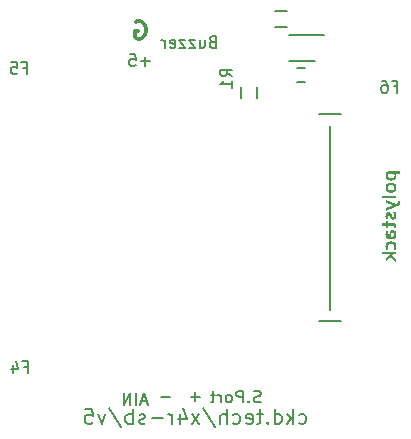
<source format=gbo>
G04 #@! TF.FileFunction,Legend,Bot*
%FSLAX46Y46*%
G04 Gerber Fmt 4.6, Leading zero omitted, Abs format (unit mm)*
G04 Created by KiCad (PCBNEW 4.0.1-stable) date Tuesday, May 31, 2016 'PMt' 10:11:48 PM*
%MOMM*%
G01*
G04 APERTURE LIST*
%ADD10C,0.100000*%
%ADD11C,0.200000*%
%ADD12C,0.150000*%
%ADD13C,0.300000*%
G04 APERTURE END LIST*
D10*
D11*
X157019763Y-125385952D02*
X157138810Y-125445476D01*
X157376906Y-125445476D01*
X157495953Y-125385952D01*
X157555477Y-125326429D01*
X157615001Y-125207381D01*
X157615001Y-124850238D01*
X157555477Y-124731190D01*
X157495953Y-124671667D01*
X157376906Y-124612143D01*
X157138810Y-124612143D01*
X157019763Y-124671667D01*
X156484048Y-125445476D02*
X156484048Y-124195476D01*
X156365000Y-124969286D02*
X156007857Y-125445476D01*
X156007857Y-124612143D02*
X156484048Y-125088333D01*
X154936429Y-125445476D02*
X154936429Y-124195476D01*
X154936429Y-125385952D02*
X155055476Y-125445476D01*
X155293572Y-125445476D01*
X155412619Y-125385952D01*
X155472143Y-125326429D01*
X155531667Y-125207381D01*
X155531667Y-124850238D01*
X155472143Y-124731190D01*
X155412619Y-124671667D01*
X155293572Y-124612143D01*
X155055476Y-124612143D01*
X154936429Y-124671667D01*
X154341191Y-125326429D02*
X154281667Y-125385952D01*
X154341191Y-125445476D01*
X154400715Y-125385952D01*
X154341191Y-125326429D01*
X154341191Y-125445476D01*
X153924524Y-124612143D02*
X153448334Y-124612143D01*
X153745953Y-124195476D02*
X153745953Y-125266905D01*
X153686429Y-125385952D01*
X153567382Y-125445476D01*
X153448334Y-125445476D01*
X152555476Y-125385952D02*
X152674524Y-125445476D01*
X152912619Y-125445476D01*
X153031667Y-125385952D01*
X153091191Y-125266905D01*
X153091191Y-124790714D01*
X153031667Y-124671667D01*
X152912619Y-124612143D01*
X152674524Y-124612143D01*
X152555476Y-124671667D01*
X152495953Y-124790714D01*
X152495953Y-124909762D01*
X153091191Y-125028810D01*
X151424524Y-125385952D02*
X151543571Y-125445476D01*
X151781667Y-125445476D01*
X151900714Y-125385952D01*
X151960238Y-125326429D01*
X152019762Y-125207381D01*
X152019762Y-124850238D01*
X151960238Y-124731190D01*
X151900714Y-124671667D01*
X151781667Y-124612143D01*
X151543571Y-124612143D01*
X151424524Y-124671667D01*
X150888809Y-125445476D02*
X150888809Y-124195476D01*
X150353095Y-125445476D02*
X150353095Y-124790714D01*
X150412618Y-124671667D01*
X150531666Y-124612143D01*
X150710238Y-124612143D01*
X150829285Y-124671667D01*
X150888809Y-124731190D01*
X148865000Y-124135952D02*
X149936428Y-125743095D01*
X148567381Y-125445476D02*
X147912619Y-124612143D01*
X148567381Y-124612143D02*
X147912619Y-125445476D01*
X146900714Y-124612143D02*
X146900714Y-125445476D01*
X147198333Y-124135952D02*
X147495952Y-125028810D01*
X146722142Y-125028810D01*
X146245952Y-125445476D02*
X146245952Y-124612143D01*
X146245952Y-124850238D02*
X146186428Y-124731190D01*
X146126904Y-124671667D01*
X146007857Y-124612143D01*
X145888809Y-124612143D01*
X145472142Y-124969286D02*
X144519761Y-124969286D01*
X143984047Y-125385952D02*
X143864999Y-125445476D01*
X143626904Y-125445476D01*
X143507856Y-125385952D01*
X143448332Y-125266905D01*
X143448332Y-125207381D01*
X143507856Y-125088333D01*
X143626904Y-125028810D01*
X143805475Y-125028810D01*
X143924523Y-124969286D01*
X143984047Y-124850238D01*
X143984047Y-124790714D01*
X143924523Y-124671667D01*
X143805475Y-124612143D01*
X143626904Y-124612143D01*
X143507856Y-124671667D01*
X142912618Y-125445476D02*
X142912618Y-124195476D01*
X142912618Y-124671667D02*
X142793570Y-124612143D01*
X142555475Y-124612143D01*
X142436427Y-124671667D01*
X142376904Y-124731190D01*
X142317380Y-124850238D01*
X142317380Y-125207381D01*
X142376904Y-125326429D01*
X142436427Y-125385952D01*
X142555475Y-125445476D01*
X142793570Y-125445476D01*
X142912618Y-125385952D01*
X140888809Y-124135952D02*
X141960237Y-125743095D01*
X140591190Y-124612143D02*
X140293571Y-125445476D01*
X139995951Y-124612143D01*
X138924523Y-124195476D02*
X139519761Y-124195476D01*
X139579285Y-124790714D01*
X139519761Y-124731190D01*
X139400713Y-124671667D01*
X139103094Y-124671667D01*
X138984047Y-124731190D01*
X138924523Y-124790714D01*
X138864999Y-124909762D01*
X138864999Y-125207381D01*
X138924523Y-125326429D01*
X138984047Y-125385952D01*
X139103094Y-125445476D01*
X139400713Y-125445476D01*
X139519761Y-125385952D01*
X139579285Y-125326429D01*
D12*
X144120000Y-123536667D02*
X143643809Y-123536667D01*
X144215238Y-123822381D02*
X143881905Y-122822381D01*
X143548571Y-123822381D01*
X143215238Y-123822381D02*
X143215238Y-122822381D01*
X142739048Y-123822381D02*
X142739048Y-122822381D01*
X142167619Y-123822381D01*
X142167619Y-122822381D01*
X146120952Y-123161429D02*
X145359047Y-123161429D01*
X148610952Y-123161429D02*
X147849047Y-123161429D01*
X148229999Y-123542381D02*
X148229999Y-122780476D01*
X153761429Y-123584762D02*
X153618572Y-123632381D01*
X153380476Y-123632381D01*
X153285238Y-123584762D01*
X153237619Y-123537143D01*
X153190000Y-123441905D01*
X153190000Y-123346667D01*
X153237619Y-123251429D01*
X153285238Y-123203810D01*
X153380476Y-123156190D01*
X153570953Y-123108571D01*
X153666191Y-123060952D01*
X153713810Y-123013333D01*
X153761429Y-122918095D01*
X153761429Y-122822857D01*
X153713810Y-122727619D01*
X153666191Y-122680000D01*
X153570953Y-122632381D01*
X153332857Y-122632381D01*
X153190000Y-122680000D01*
X152761429Y-123537143D02*
X152713810Y-123584762D01*
X152761429Y-123632381D01*
X152809048Y-123584762D01*
X152761429Y-123537143D01*
X152761429Y-123632381D01*
X152285239Y-123632381D02*
X152285239Y-122632381D01*
X151904286Y-122632381D01*
X151809048Y-122680000D01*
X151761429Y-122727619D01*
X151713810Y-122822857D01*
X151713810Y-122965714D01*
X151761429Y-123060952D01*
X151809048Y-123108571D01*
X151904286Y-123156190D01*
X152285239Y-123156190D01*
X151142382Y-123632381D02*
X151237620Y-123584762D01*
X151285239Y-123537143D01*
X151332858Y-123441905D01*
X151332858Y-123156190D01*
X151285239Y-123060952D01*
X151237620Y-123013333D01*
X151142382Y-122965714D01*
X150999524Y-122965714D01*
X150904286Y-123013333D01*
X150856667Y-123060952D01*
X150809048Y-123156190D01*
X150809048Y-123441905D01*
X150856667Y-123537143D01*
X150904286Y-123584762D01*
X150999524Y-123632381D01*
X151142382Y-123632381D01*
X150380477Y-123632381D02*
X150380477Y-122965714D01*
X150380477Y-123156190D02*
X150332858Y-123060952D01*
X150285239Y-123013333D01*
X150190001Y-122965714D01*
X150094762Y-122965714D01*
X149904286Y-122965714D02*
X149523334Y-122965714D01*
X149761429Y-122632381D02*
X149761429Y-123489524D01*
X149713810Y-123584762D01*
X149618572Y-123632381D01*
X149523334Y-123632381D01*
X149678571Y-93088571D02*
X149535714Y-93136190D01*
X149488095Y-93183810D01*
X149440476Y-93279048D01*
X149440476Y-93421905D01*
X149488095Y-93517143D01*
X149535714Y-93564762D01*
X149630952Y-93612381D01*
X150011905Y-93612381D01*
X150011905Y-92612381D01*
X149678571Y-92612381D01*
X149583333Y-92660000D01*
X149535714Y-92707619D01*
X149488095Y-92802857D01*
X149488095Y-92898095D01*
X149535714Y-92993333D01*
X149583333Y-93040952D01*
X149678571Y-93088571D01*
X150011905Y-93088571D01*
X148583333Y-92945714D02*
X148583333Y-93612381D01*
X149011905Y-92945714D02*
X149011905Y-93469524D01*
X148964286Y-93564762D01*
X148869048Y-93612381D01*
X148726190Y-93612381D01*
X148630952Y-93564762D01*
X148583333Y-93517143D01*
X148202381Y-92945714D02*
X147678571Y-92945714D01*
X148202381Y-93612381D01*
X147678571Y-93612381D01*
X147392857Y-92945714D02*
X146869047Y-92945714D01*
X147392857Y-93612381D01*
X146869047Y-93612381D01*
X146107142Y-93564762D02*
X146202380Y-93612381D01*
X146392857Y-93612381D01*
X146488095Y-93564762D01*
X146535714Y-93469524D01*
X146535714Y-93088571D01*
X146488095Y-92993333D01*
X146392857Y-92945714D01*
X146202380Y-92945714D01*
X146107142Y-92993333D01*
X146059523Y-93088571D01*
X146059523Y-93183810D01*
X146535714Y-93279048D01*
X145630952Y-93612381D02*
X145630952Y-92945714D01*
X145630952Y-93136190D02*
X145583333Y-93040952D01*
X145535714Y-92993333D01*
X145440476Y-92945714D01*
X145345237Y-92945714D01*
X144377143Y-94751429D02*
X143615238Y-94751429D01*
X143996190Y-95132381D02*
X143996190Y-94370476D01*
X142662857Y-94132381D02*
X143139048Y-94132381D01*
X143186667Y-94608571D01*
X143139048Y-94560952D01*
X143043810Y-94513333D01*
X142805714Y-94513333D01*
X142710476Y-94560952D01*
X142662857Y-94608571D01*
X142615238Y-94703810D01*
X142615238Y-94941905D01*
X142662857Y-95037143D01*
X142710476Y-95084762D01*
X142805714Y-95132381D01*
X143043810Y-95132381D01*
X143139048Y-95084762D01*
X143186667Y-95037143D01*
D13*
X143177143Y-91410000D02*
X143320000Y-91338571D01*
X143534286Y-91338571D01*
X143748571Y-91410000D01*
X143891429Y-91552857D01*
X143962857Y-91695714D01*
X144034286Y-91981429D01*
X144034286Y-92195714D01*
X143962857Y-92481429D01*
X143891429Y-92624286D01*
X143748571Y-92767143D01*
X143534286Y-92838571D01*
X143391429Y-92838571D01*
X143177143Y-92767143D01*
X143105714Y-92695714D01*
X143105714Y-92195714D01*
X143391429Y-92195714D01*
D12*
X158725000Y-99240000D02*
X160575000Y-99240000D01*
X158725000Y-116760000D02*
X160575000Y-116760000D01*
X159650000Y-115800000D02*
X159650000Y-100200000D01*
X156850000Y-96500000D02*
X157550000Y-96500000D01*
X157550000Y-95300000D02*
X156850000Y-95300000D01*
X158337500Y-94737500D02*
X156187500Y-94737500D01*
X159162500Y-92487500D02*
X156187500Y-92487500D01*
X154950000Y-91875000D02*
X155950000Y-91875000D01*
X155950000Y-90525000D02*
X154950000Y-90525000D01*
X153455000Y-97890000D02*
X153455000Y-96890000D01*
X152105000Y-96890000D02*
X152105000Y-97890000D01*
D10*
G36*
X165578753Y-104060455D02*
X165085721Y-104289791D01*
X165087266Y-104301936D01*
X165088664Y-104313848D01*
X165089915Y-104325528D01*
X165091019Y-104336975D01*
X165091976Y-104348189D01*
X165092785Y-104359171D01*
X165093448Y-104369919D01*
X165093963Y-104380435D01*
X165094331Y-104390719D01*
X165094551Y-104400769D01*
X165094625Y-104410587D01*
X165094414Y-104422760D01*
X165093783Y-104434585D01*
X165092730Y-104446063D01*
X165091256Y-104457192D01*
X165089360Y-104467974D01*
X165087044Y-104478408D01*
X165084307Y-104488494D01*
X165081148Y-104498232D01*
X165077568Y-104507622D01*
X165073567Y-104516664D01*
X165069145Y-104525359D01*
X165064301Y-104533705D01*
X165059037Y-104541704D01*
X165053351Y-104549354D01*
X165047244Y-104556657D01*
X165040716Y-104563612D01*
X165033767Y-104570219D01*
X165027962Y-104575155D01*
X165021770Y-104579862D01*
X165015192Y-104584339D01*
X165008227Y-104588586D01*
X165000877Y-104592604D01*
X164993140Y-104596393D01*
X164985017Y-104599952D01*
X164976507Y-104603281D01*
X164967611Y-104606380D01*
X164958329Y-104609250D01*
X164948661Y-104611891D01*
X164938607Y-104614301D01*
X164928166Y-104616483D01*
X164917339Y-104618434D01*
X164906125Y-104620156D01*
X164894526Y-104621648D01*
X164882540Y-104622911D01*
X164870167Y-104623944D01*
X164857409Y-104624748D01*
X164844264Y-104625322D01*
X164830733Y-104625666D01*
X164816816Y-104625781D01*
X164802566Y-104625696D01*
X164788680Y-104625439D01*
X164775159Y-104625010D01*
X164762003Y-104624411D01*
X164749211Y-104623640D01*
X164736783Y-104622698D01*
X164724720Y-104621585D01*
X164713021Y-104620300D01*
X164701687Y-104618844D01*
X164690717Y-104617217D01*
X164680112Y-104615418D01*
X164669871Y-104613449D01*
X164659995Y-104611307D01*
X164650483Y-104608995D01*
X164641336Y-104606511D01*
X164632553Y-104603857D01*
X164624135Y-104601030D01*
X164616081Y-104598033D01*
X164608391Y-104594864D01*
X164601066Y-104591524D01*
X164594106Y-104588012D01*
X164587510Y-104584330D01*
X164579453Y-104579240D01*
X164571884Y-104573722D01*
X164564803Y-104567777D01*
X164558210Y-104561405D01*
X164552106Y-104554606D01*
X164546491Y-104547380D01*
X164541363Y-104539726D01*
X164536724Y-104531645D01*
X164532573Y-104523137D01*
X164528911Y-104514201D01*
X164525737Y-104504839D01*
X164523051Y-104495049D01*
X164520854Y-104484832D01*
X164519144Y-104474187D01*
X164517924Y-104463116D01*
X164517191Y-104451617D01*
X164516947Y-104439691D01*
X164517130Y-104425887D01*
X164517681Y-104412696D01*
X164518598Y-104400118D01*
X164519881Y-104388155D01*
X164521532Y-104376804D01*
X164523549Y-104366068D01*
X164525933Y-104355945D01*
X164528684Y-104346435D01*
X164531802Y-104337539D01*
X164535287Y-104329256D01*
X164539138Y-104321587D01*
X164543356Y-104314532D01*
X164547941Y-104308089D01*
X164552893Y-104302261D01*
X164558212Y-104297046D01*
X164563897Y-104292445D01*
X164569949Y-104288457D01*
X164576368Y-104285082D01*
X164583154Y-104282321D01*
X164590307Y-104280174D01*
X164597826Y-104278640D01*
X164605712Y-104277720D01*
X164613965Y-104277413D01*
X165084040Y-104277413D01*
X165084028Y-104277413D01*
X165085721Y-104289791D01*
X165578753Y-104060455D01*
X164634195Y-104060455D01*
X164623448Y-104060630D01*
X164612835Y-104061155D01*
X164602355Y-104062030D01*
X164592009Y-104063256D01*
X164581795Y-104064831D01*
X164571716Y-104066757D01*
X164561769Y-104069033D01*
X164551956Y-104071658D01*
X164542276Y-104074634D01*
X164532730Y-104077960D01*
X164523316Y-104081636D01*
X164514037Y-104085663D01*
X164504890Y-104090039D01*
X164495877Y-104094766D01*
X164486997Y-104099842D01*
X164478251Y-104105269D01*
X164469638Y-104111046D01*
X164461158Y-104117173D01*
X164452812Y-104123650D01*
X164444599Y-104130477D01*
X164436519Y-104137654D01*
X164428573Y-104145181D01*
X164420760Y-104153059D01*
X164414662Y-104159625D01*
X164408779Y-104166428D01*
X164403109Y-104173467D01*
X164397654Y-104180744D01*
X164392412Y-104188258D01*
X164387385Y-104196009D01*
X164382571Y-104203997D01*
X164377972Y-104212222D01*
X164373586Y-104220683D01*
X164369414Y-104229382D01*
X164365456Y-104238318D01*
X164361712Y-104247491D01*
X164358182Y-104256901D01*
X164354866Y-104266548D01*
X164351764Y-104276432D01*
X164348876Y-104286552D01*
X164346201Y-104296910D01*
X164343741Y-104307505D01*
X164341495Y-104318337D01*
X164339462Y-104329406D01*
X164337644Y-104340712D01*
X164336039Y-104352255D01*
X164334649Y-104364035D01*
X164333472Y-104376051D01*
X164332509Y-104388305D01*
X164331760Y-104400796D01*
X164331226Y-104413524D01*
X164330905Y-104426489D01*
X164330798Y-104439691D01*
X164330909Y-104450922D01*
X164331242Y-104462125D01*
X164331797Y-104473301D01*
X164332574Y-104484450D01*
X164333573Y-104495570D01*
X164334794Y-104506664D01*
X164336237Y-104517729D01*
X164337902Y-104528767D01*
X164339551Y-104537913D01*
X164341657Y-104547359D01*
X164344220Y-104557104D01*
X164347239Y-104567150D01*
X164350714Y-104577495D01*
X164354647Y-104588140D01*
X164359035Y-104599085D01*
X164363881Y-104610330D01*
X164369183Y-104621874D01*
X164374942Y-104633719D01*
X164380063Y-104643739D01*
X164385430Y-104653513D01*
X164391041Y-104663043D01*
X164396897Y-104672328D01*
X164402998Y-104681368D01*
X164409344Y-104690163D01*
X164415935Y-104698713D01*
X164422770Y-104707018D01*
X164429851Y-104715078D01*
X164437176Y-104722893D01*
X164444746Y-104730463D01*
X164452561Y-104737788D01*
X164459111Y-104743499D01*
X164466060Y-104749108D01*
X164473410Y-104754616D01*
X164481159Y-104760021D01*
X164489308Y-104765324D01*
X164497856Y-104770526D01*
X164506805Y-104775626D01*
X164516153Y-104780623D01*
X164525901Y-104785519D01*
X164536049Y-104790313D01*
X164546596Y-104795005D01*
X164557544Y-104799595D01*
X164568891Y-104804083D01*
X164580638Y-104808469D01*
X164592784Y-104812753D01*
X164602029Y-104815849D01*
X164611419Y-104818786D01*
X164620955Y-104821564D01*
X164630637Y-104824183D01*
X164640464Y-104826644D01*
X164650437Y-104828946D01*
X164660555Y-104831089D01*
X164670819Y-104833073D01*
X164681228Y-104834899D01*
X164691783Y-104836566D01*
X164702484Y-104838074D01*
X164713330Y-104839423D01*
X164724322Y-104840614D01*
X164735459Y-104841646D01*
X164746742Y-104842519D01*
X164758171Y-104843233D01*
X164769745Y-104843789D01*
X164781464Y-104844186D01*
X164793330Y-104844424D01*
X164805340Y-104844503D01*
X164818221Y-104844410D01*
X164830925Y-104844128D01*
X164843452Y-104843659D01*
X164855802Y-104843002D01*
X164867975Y-104842157D01*
X164879971Y-104841125D01*
X164891790Y-104839905D01*
X164903432Y-104838498D01*
X164914897Y-104836902D01*
X164926185Y-104835119D01*
X164937297Y-104833149D01*
X164948231Y-104830990D01*
X164958988Y-104828644D01*
X164969568Y-104826111D01*
X164979971Y-104823389D01*
X164990198Y-104820480D01*
X165000247Y-104817384D01*
X165010119Y-104814099D01*
X165019814Y-104810627D01*
X165029333Y-104806967D01*
X165038674Y-104803120D01*
X165047839Y-104799085D01*
X165056826Y-104794862D01*
X165065636Y-104790452D01*
X165074270Y-104785853D01*
X165082726Y-104781068D01*
X165091006Y-104776094D01*
X165099108Y-104770933D01*
X165107034Y-104765584D01*
X165114783Y-104760047D01*
X165122354Y-104754323D01*
X165129749Y-104748411D01*
X165136966Y-104742312D01*
X165144007Y-104736024D01*
X165151061Y-104729364D01*
X165157897Y-104722532D01*
X165164517Y-104715528D01*
X165170919Y-104708353D01*
X165177105Y-104701006D01*
X165183073Y-104693487D01*
X165188825Y-104685796D01*
X165194359Y-104677934D01*
X165199676Y-104669900D01*
X165204777Y-104661695D01*
X165209660Y-104653317D01*
X165214326Y-104644769D01*
X165218775Y-104636048D01*
X165223007Y-104627156D01*
X165227023Y-104618092D01*
X165230821Y-104608856D01*
X165234402Y-104599448D01*
X165237766Y-104589869D01*
X165240913Y-104580119D01*
X165243843Y-104570196D01*
X165246556Y-104560102D01*
X165249052Y-104549836D01*
X165251330Y-104539398D01*
X165253392Y-104528789D01*
X165255237Y-104518008D01*
X165256865Y-104507056D01*
X165258276Y-104495931D01*
X165259469Y-104484635D01*
X165260446Y-104473168D01*
X165261205Y-104461528D01*
X165261748Y-104449717D01*
X165262074Y-104437734D01*
X165262182Y-104425580D01*
X165262101Y-104414762D01*
X165261858Y-104403981D01*
X165261453Y-104393236D01*
X165260887Y-104382527D01*
X165260158Y-104371853D01*
X165259267Y-104361216D01*
X165258214Y-104350615D01*
X165257000Y-104340049D01*
X165255623Y-104329520D01*
X165254085Y-104319027D01*
X165252384Y-104308569D01*
X165250522Y-104298148D01*
X165248498Y-104287762D01*
X165246311Y-104277413D01*
X165578801Y-104277413D01*
X165578801Y-104060455D01*
X165578753Y-104060455D01*
X165578753Y-104060455D01*
G37*
G36*
X165138661Y-105137309D02*
X164644362Y-105259243D01*
X164654479Y-105256812D01*
X164665047Y-105254593D01*
X164676068Y-105252585D01*
X164687540Y-105250788D01*
X164699464Y-105249203D01*
X164711840Y-105247829D01*
X164724668Y-105246666D01*
X164737948Y-105245715D01*
X164751680Y-105244975D01*
X164765864Y-105244447D01*
X164780499Y-105244130D01*
X164795587Y-105244024D01*
X164810596Y-105244130D01*
X164825157Y-105244447D01*
X164839270Y-105244975D01*
X164852935Y-105245715D01*
X164866151Y-105246666D01*
X164878919Y-105247829D01*
X164891239Y-105249203D01*
X164903111Y-105250788D01*
X164914534Y-105252585D01*
X164925509Y-105254593D01*
X164936036Y-105256812D01*
X164946114Y-105259243D01*
X164955744Y-105261885D01*
X164964926Y-105264739D01*
X164973660Y-105267804D01*
X164981945Y-105271080D01*
X164989782Y-105274568D01*
X164997171Y-105278267D01*
X165004112Y-105282177D01*
X165010604Y-105286299D01*
X165016648Y-105290632D01*
X165022244Y-105295177D01*
X165028890Y-105301488D01*
X165035134Y-105308177D01*
X165040975Y-105315245D01*
X165046413Y-105322691D01*
X165051449Y-105330516D01*
X165056081Y-105338719D01*
X165060311Y-105347300D01*
X165064138Y-105356260D01*
X165067562Y-105365598D01*
X165070583Y-105375315D01*
X165073201Y-105385410D01*
X165075417Y-105395884D01*
X165077230Y-105406735D01*
X165078639Y-105417966D01*
X165079646Y-105429574D01*
X165080251Y-105441561D01*
X165080452Y-105453927D01*
X165080251Y-105466290D01*
X165079646Y-105478267D01*
X165078639Y-105489861D01*
X165077230Y-105501070D01*
X165075417Y-105511894D01*
X165073201Y-105522334D01*
X165070583Y-105532390D01*
X165067562Y-105542060D01*
X165064138Y-105551347D01*
X165060311Y-105560249D01*
X165056081Y-105568766D01*
X165051449Y-105576899D01*
X165046413Y-105584647D01*
X165040975Y-105592011D01*
X165035134Y-105598990D01*
X165028890Y-105605585D01*
X165022244Y-105611795D01*
X165016648Y-105616340D01*
X165010604Y-105620673D01*
X165004112Y-105624795D01*
X164997171Y-105628705D01*
X164989782Y-105632404D01*
X164981945Y-105635892D01*
X164973660Y-105639168D01*
X164964926Y-105642233D01*
X164955744Y-105645087D01*
X164946114Y-105647729D01*
X164936036Y-105650160D01*
X164925509Y-105652379D01*
X164914534Y-105654387D01*
X164903111Y-105656184D01*
X164891239Y-105657769D01*
X164878919Y-105659143D01*
X164866151Y-105660306D01*
X164852935Y-105661257D01*
X164839270Y-105661997D01*
X164825157Y-105662525D01*
X164810596Y-105662842D01*
X164795587Y-105662948D01*
X164780499Y-105662842D01*
X164765864Y-105662525D01*
X164751680Y-105661997D01*
X164737948Y-105661257D01*
X164724668Y-105660306D01*
X164711840Y-105659143D01*
X164699464Y-105657769D01*
X164687540Y-105656184D01*
X164676068Y-105654387D01*
X164665047Y-105652379D01*
X164654479Y-105650160D01*
X164644362Y-105647729D01*
X164634697Y-105645087D01*
X164625485Y-105642233D01*
X164616724Y-105639168D01*
X164608415Y-105635892D01*
X164600558Y-105632404D01*
X164593153Y-105628705D01*
X164586199Y-105624795D01*
X164579698Y-105620673D01*
X164573649Y-105616340D01*
X164568051Y-105611795D01*
X164561303Y-105605585D01*
X164554963Y-105598990D01*
X164549033Y-105592011D01*
X164543511Y-105584647D01*
X164538399Y-105576899D01*
X164533695Y-105568766D01*
X164529401Y-105560249D01*
X164525516Y-105551347D01*
X164522039Y-105542060D01*
X164518972Y-105532390D01*
X164516313Y-105522334D01*
X164514064Y-105511894D01*
X164512223Y-105501070D01*
X164510792Y-105489861D01*
X164509769Y-105478267D01*
X164509156Y-105466290D01*
X164508951Y-105453927D01*
X164509156Y-105441561D01*
X164509769Y-105429574D01*
X164510792Y-105417966D01*
X164512223Y-105406735D01*
X164514064Y-105395884D01*
X164516313Y-105385410D01*
X164518972Y-105375315D01*
X164522039Y-105365598D01*
X164525516Y-105356260D01*
X164529401Y-105347300D01*
X164533695Y-105338719D01*
X164538399Y-105330516D01*
X164543511Y-105322691D01*
X164549033Y-105315245D01*
X164554963Y-105308177D01*
X164561303Y-105301488D01*
X164568051Y-105295177D01*
X164573649Y-105290632D01*
X164579698Y-105286299D01*
X164586199Y-105282177D01*
X164593153Y-105278267D01*
X164600558Y-105274568D01*
X164608415Y-105271080D01*
X164616724Y-105267804D01*
X164625485Y-105264739D01*
X164634697Y-105261885D01*
X164644362Y-105259243D01*
X165138661Y-105137309D01*
X165131722Y-105131099D01*
X165124613Y-105125070D01*
X165117334Y-105119220D01*
X165109885Y-105113550D01*
X165102267Y-105108061D01*
X165094478Y-105102751D01*
X165086520Y-105097621D01*
X165078392Y-105092672D01*
X165070094Y-105087902D01*
X165061626Y-105083312D01*
X165052988Y-105078903D01*
X165044180Y-105074673D01*
X165035202Y-105070623D01*
X165026054Y-105066753D01*
X165016737Y-105063064D01*
X165007250Y-105059554D01*
X164997592Y-105056224D01*
X164987765Y-105053074D01*
X164977768Y-105050104D01*
X164967601Y-105047315D01*
X164957264Y-105044705D01*
X164946757Y-105042275D01*
X164936080Y-105040025D01*
X164925234Y-105037955D01*
X164914217Y-105036065D01*
X164903031Y-105034355D01*
X164891675Y-105032826D01*
X164880148Y-105031476D01*
X164868452Y-105030306D01*
X164856586Y-105029316D01*
X164844550Y-105028506D01*
X164832345Y-105027876D01*
X164819969Y-105027426D01*
X164807423Y-105027156D01*
X164794708Y-105027066D01*
X164781992Y-105027156D01*
X164769445Y-105027426D01*
X164757069Y-105027876D01*
X164744863Y-105028506D01*
X164732826Y-105029316D01*
X164720960Y-105030306D01*
X164709263Y-105031476D01*
X164697736Y-105032826D01*
X164686379Y-105034355D01*
X164675192Y-105036065D01*
X164664175Y-105037955D01*
X164653328Y-105040025D01*
X164642651Y-105042275D01*
X164632144Y-105044705D01*
X164621807Y-105047315D01*
X164611639Y-105050104D01*
X164601642Y-105053074D01*
X164591814Y-105056224D01*
X164582156Y-105059554D01*
X164572669Y-105063064D01*
X164563351Y-105066753D01*
X164554203Y-105070623D01*
X164545225Y-105074673D01*
X164536417Y-105078903D01*
X164527779Y-105083312D01*
X164519311Y-105087902D01*
X164511012Y-105092672D01*
X164502884Y-105097621D01*
X164494925Y-105102751D01*
X164487137Y-105108061D01*
X164479518Y-105113550D01*
X164472070Y-105119220D01*
X164464791Y-105125070D01*
X164457682Y-105131099D01*
X164450743Y-105137309D01*
X164443584Y-105144078D01*
X164436645Y-105151022D01*
X164429926Y-105158140D01*
X164423428Y-105165434D01*
X164417149Y-105172903D01*
X164411092Y-105180546D01*
X164405254Y-105188365D01*
X164399637Y-105196358D01*
X164394240Y-105204526D01*
X164389063Y-105212870D01*
X164384107Y-105221388D01*
X164379371Y-105230081D01*
X164374855Y-105238949D01*
X164370559Y-105247992D01*
X164366484Y-105257210D01*
X164362629Y-105266603D01*
X164358994Y-105276170D01*
X164355580Y-105285913D01*
X164352386Y-105295831D01*
X164349412Y-105305923D01*
X164346658Y-105316191D01*
X164344125Y-105326633D01*
X164341812Y-105337250D01*
X164339719Y-105348043D01*
X164337847Y-105359010D01*
X164336195Y-105370152D01*
X164334763Y-105381469D01*
X164333551Y-105392961D01*
X164332560Y-105404628D01*
X164331789Y-105416470D01*
X164331238Y-105428487D01*
X164330908Y-105440678D01*
X164330798Y-105453045D01*
X164330908Y-105465464D01*
X164331238Y-105477707D01*
X164331789Y-105489773D01*
X164332560Y-105501663D01*
X164333551Y-105513376D01*
X164334763Y-105524913D01*
X164336195Y-105536273D01*
X164337847Y-105547456D01*
X164339719Y-105558463D01*
X164341812Y-105569293D01*
X164344125Y-105579947D01*
X164346658Y-105590424D01*
X164349412Y-105600725D01*
X164352386Y-105610849D01*
X164355580Y-105620797D01*
X164358994Y-105630568D01*
X164362629Y-105640162D01*
X164366484Y-105649580D01*
X164370559Y-105658822D01*
X164374855Y-105667886D01*
X164379371Y-105676775D01*
X164384107Y-105685486D01*
X164389063Y-105694022D01*
X164394240Y-105702380D01*
X164399637Y-105710562D01*
X164405254Y-105718568D01*
X164411092Y-105726397D01*
X164417149Y-105734049D01*
X164423428Y-105741525D01*
X164429926Y-105748825D01*
X164436645Y-105755947D01*
X164443584Y-105762894D01*
X164450743Y-105769663D01*
X164457682Y-105775873D01*
X164464791Y-105781902D01*
X164472070Y-105787752D01*
X164479518Y-105793422D01*
X164487137Y-105798911D01*
X164494925Y-105804221D01*
X164502884Y-105809351D01*
X164511012Y-105814300D01*
X164519311Y-105819070D01*
X164527779Y-105823660D01*
X164536417Y-105828070D01*
X164545225Y-105832299D01*
X164554203Y-105836349D01*
X164563351Y-105840219D01*
X164572669Y-105843909D01*
X164582156Y-105847418D01*
X164591814Y-105850748D01*
X164601642Y-105853898D01*
X164611639Y-105856868D01*
X164621807Y-105859658D01*
X164632144Y-105862267D01*
X164642651Y-105864697D01*
X164653328Y-105866947D01*
X164664175Y-105869017D01*
X164675192Y-105870907D01*
X164686379Y-105872617D01*
X164697736Y-105874147D01*
X164709263Y-105875497D01*
X164720960Y-105876666D01*
X164732826Y-105877656D01*
X164744863Y-105878466D01*
X164757069Y-105879096D01*
X164769445Y-105879546D01*
X164781992Y-105879816D01*
X164794708Y-105879906D01*
X164807423Y-105879816D01*
X164819969Y-105879546D01*
X164832345Y-105879096D01*
X164844550Y-105878466D01*
X164856586Y-105877656D01*
X164868452Y-105876666D01*
X164880148Y-105875497D01*
X164891675Y-105874147D01*
X164903031Y-105872617D01*
X164914217Y-105870907D01*
X164925234Y-105869017D01*
X164936080Y-105866947D01*
X164946757Y-105864697D01*
X164957264Y-105862267D01*
X164967601Y-105859658D01*
X164977768Y-105856868D01*
X164987765Y-105853898D01*
X164997592Y-105850748D01*
X165007250Y-105847418D01*
X165016737Y-105843909D01*
X165026054Y-105840219D01*
X165035202Y-105836349D01*
X165044180Y-105832299D01*
X165052988Y-105828070D01*
X165061626Y-105823660D01*
X165070094Y-105819070D01*
X165078392Y-105814300D01*
X165086520Y-105809351D01*
X165094478Y-105804221D01*
X165102267Y-105798911D01*
X165109885Y-105793422D01*
X165117334Y-105787752D01*
X165124613Y-105781902D01*
X165131722Y-105775873D01*
X165138661Y-105769663D01*
X165145820Y-105762894D01*
X165152759Y-105755947D01*
X165159478Y-105748825D01*
X165165976Y-105741525D01*
X165172254Y-105734049D01*
X165178312Y-105726397D01*
X165184149Y-105718568D01*
X165189767Y-105710562D01*
X165195164Y-105702380D01*
X165200340Y-105694022D01*
X165205297Y-105685486D01*
X165210033Y-105676775D01*
X165214549Y-105667886D01*
X165218844Y-105658822D01*
X165222920Y-105649580D01*
X165226775Y-105640162D01*
X165230409Y-105630568D01*
X165233824Y-105620797D01*
X165237018Y-105610849D01*
X165239992Y-105600725D01*
X165242745Y-105590424D01*
X165245279Y-105579947D01*
X165247592Y-105569293D01*
X165249684Y-105558463D01*
X165251557Y-105547456D01*
X165253209Y-105536273D01*
X165254641Y-105524913D01*
X165255852Y-105513376D01*
X165256844Y-105501663D01*
X165257615Y-105489773D01*
X165258165Y-105477707D01*
X165258496Y-105465464D01*
X165258606Y-105453045D01*
X165258496Y-105440678D01*
X165258165Y-105428487D01*
X165257615Y-105416470D01*
X165256844Y-105404628D01*
X165255852Y-105392961D01*
X165254641Y-105381469D01*
X165253209Y-105370152D01*
X165251557Y-105359010D01*
X165249684Y-105348043D01*
X165247592Y-105337250D01*
X165245279Y-105326633D01*
X165242745Y-105316191D01*
X165239992Y-105305923D01*
X165237018Y-105295831D01*
X165233824Y-105285913D01*
X165230409Y-105276170D01*
X165226775Y-105266603D01*
X165222920Y-105257210D01*
X165218844Y-105247992D01*
X165214549Y-105238949D01*
X165210033Y-105230081D01*
X165205297Y-105221388D01*
X165200340Y-105212870D01*
X165195164Y-105204526D01*
X165189767Y-105196358D01*
X165184149Y-105188365D01*
X165178312Y-105180546D01*
X165172254Y-105172903D01*
X165165976Y-105165434D01*
X165159478Y-105158140D01*
X165152759Y-105151022D01*
X165145820Y-105144078D01*
X165138661Y-105137309D01*
X165138661Y-105137309D01*
G37*
G36*
X165244493Y-106112740D02*
X164000078Y-106112740D01*
X164000078Y-106329698D01*
X165244493Y-106329698D01*
X165244493Y-106112740D01*
X165244493Y-106112740D01*
G37*
G36*
X164343152Y-106525490D02*
X164343152Y-106755677D01*
X164971970Y-106957642D01*
X164343152Y-107156080D01*
X164343152Y-107385385D01*
X165266541Y-107042309D01*
X165279952Y-107037307D01*
X165293056Y-107032275D01*
X165305854Y-107027214D01*
X165318346Y-107022124D01*
X165330532Y-107017004D01*
X165342412Y-107011855D01*
X165353985Y-107006677D01*
X165365252Y-107001469D01*
X165376213Y-106996232D01*
X165386868Y-106990965D01*
X165397216Y-106985669D01*
X165407259Y-106980344D01*
X165416995Y-106974990D01*
X165426425Y-106969606D01*
X165435548Y-106964192D01*
X165444366Y-106958750D01*
X165452877Y-106953278D01*
X165461082Y-106947776D01*
X165468981Y-106942246D01*
X165476574Y-106936685D01*
X165483860Y-106931096D01*
X165490841Y-106925477D01*
X165497515Y-106919829D01*
X165503882Y-106914151D01*
X165509944Y-106908444D01*
X165515700Y-106902708D01*
X165521149Y-106896942D01*
X165526292Y-106891147D01*
X165531129Y-106885323D01*
X165538560Y-106875896D01*
X165545567Y-106866432D01*
X165552149Y-106856929D01*
X165558306Y-106847388D01*
X165564039Y-106837809D01*
X165569347Y-106828192D01*
X165574230Y-106818537D01*
X165578689Y-106808844D01*
X165582723Y-106799113D01*
X165586333Y-106789343D01*
X165589518Y-106779536D01*
X165592278Y-106769690D01*
X165594614Y-106759806D01*
X165596524Y-106749885D01*
X165598011Y-106739925D01*
X165599072Y-106729926D01*
X165599709Y-106719890D01*
X165599922Y-106709816D01*
X165599775Y-106699488D01*
X165599337Y-106689129D01*
X165598606Y-106678739D01*
X165597583Y-106668318D01*
X165596268Y-106657865D01*
X165594661Y-106647381D01*
X165592761Y-106636865D01*
X165590569Y-106626318D01*
X165588085Y-106615740D01*
X165585308Y-106605131D01*
X165582239Y-106594490D01*
X165578878Y-106583818D01*
X165575225Y-106573115D01*
X165394422Y-106573115D01*
X165398611Y-106583504D01*
X165402359Y-106593858D01*
X165405666Y-106604177D01*
X165408532Y-106614460D01*
X165410958Y-106624708D01*
X165412942Y-106634921D01*
X165414485Y-106645099D01*
X165415588Y-106655241D01*
X165416249Y-106665348D01*
X165416470Y-106675420D01*
X165416210Y-106681852D01*
X165415429Y-106688252D01*
X165414129Y-106694620D01*
X165412308Y-106700958D01*
X165409968Y-106707263D01*
X165407107Y-106713538D01*
X165403726Y-106719781D01*
X165399825Y-106725992D01*
X165395404Y-106732172D01*
X165390462Y-106738320D01*
X165385001Y-106744437D01*
X165379019Y-106750523D01*
X165372517Y-106756577D01*
X165365495Y-106762599D01*
X165357953Y-106768591D01*
X165349891Y-106774550D01*
X165341309Y-106780478D01*
X165332206Y-106786375D01*
X165322583Y-106792240D01*
X165312440Y-106798074D01*
X165301777Y-106803877D01*
X165290594Y-106809648D01*
X165278891Y-106815387D01*
X165266668Y-106821095D01*
X165253924Y-106826772D01*
X165240660Y-106832417D01*
X165226876Y-106838030D01*
X165212572Y-106843612D01*
X165197748Y-106849163D01*
X164343152Y-106525490D01*
X164343152Y-106525490D01*
G37*
G36*
X164610377Y-107510621D02*
X164598687Y-107510802D01*
X164587237Y-107511342D01*
X164576027Y-107512242D01*
X164565057Y-107513502D01*
X164554327Y-107515123D01*
X164543837Y-107517104D01*
X164533588Y-107519444D01*
X164523578Y-107522145D01*
X164513808Y-107525206D01*
X164504279Y-107528627D01*
X164494989Y-107532408D01*
X164485940Y-107536550D01*
X164477131Y-107541051D01*
X164468561Y-107545913D01*
X164460232Y-107551134D01*
X164452143Y-107556716D01*
X164444294Y-107562658D01*
X164436684Y-107568960D01*
X164429315Y-107575622D01*
X164422186Y-107582644D01*
X164415297Y-107590027D01*
X164408649Y-107597769D01*
X164402240Y-107605872D01*
X164396267Y-107613964D01*
X164390548Y-107622218D01*
X164385083Y-107630635D01*
X164379873Y-107639214D01*
X164374917Y-107647955D01*
X164370215Y-107656859D01*
X164365767Y-107665925D01*
X164361573Y-107675153D01*
X164357633Y-107684544D01*
X164353948Y-107694097D01*
X164350517Y-107703812D01*
X164347340Y-107713689D01*
X164344417Y-107723729D01*
X164341748Y-107733931D01*
X164339333Y-107744295D01*
X164337173Y-107754822D01*
X164335267Y-107765511D01*
X164333615Y-107776362D01*
X164332217Y-107787376D01*
X164331073Y-107798552D01*
X164330183Y-107809890D01*
X164329548Y-107821391D01*
X164329167Y-107833053D01*
X164329040Y-107844878D01*
X164329151Y-107856011D01*
X164329487Y-107867068D01*
X164330046Y-107878048D01*
X164330828Y-107888951D01*
X164331834Y-107899778D01*
X164333064Y-107910528D01*
X164334517Y-107921202D01*
X164336194Y-107931799D01*
X164338094Y-107942320D01*
X164340218Y-107952764D01*
X164342565Y-107963131D01*
X164345136Y-107973422D01*
X164347931Y-107983636D01*
X164350949Y-107993774D01*
X164354190Y-108003835D01*
X164357656Y-108013820D01*
X164361344Y-108023728D01*
X164365257Y-108033559D01*
X164369393Y-108043314D01*
X164373752Y-108052993D01*
X164378335Y-108062595D01*
X164383142Y-108072120D01*
X164388172Y-108081569D01*
X164393425Y-108090941D01*
X164558346Y-108090941D01*
X164554132Y-108081707D01*
X164550134Y-108072350D01*
X164546353Y-108062869D01*
X164542787Y-108053264D01*
X164539438Y-108043536D01*
X164536305Y-108033685D01*
X164533388Y-108023710D01*
X164530687Y-108013612D01*
X164528202Y-108003390D01*
X164525933Y-107993045D01*
X164523880Y-107982577D01*
X164522043Y-107971984D01*
X164520423Y-107961269D01*
X164519018Y-107950430D01*
X164517830Y-107939467D01*
X164516857Y-107928381D01*
X164516101Y-107917172D01*
X164515561Y-107905839D01*
X164515237Y-107894382D01*
X164515129Y-107882802D01*
X164515301Y-107868371D01*
X164515817Y-107854644D01*
X164516677Y-107841621D01*
X164517881Y-107829301D01*
X164519429Y-107817686D01*
X164521320Y-107806775D01*
X164523556Y-107796568D01*
X164526136Y-107787064D01*
X164529060Y-107778265D01*
X164532328Y-107770169D01*
X164535940Y-107762778D01*
X164539896Y-107756090D01*
X164544196Y-107750106D01*
X164548839Y-107744827D01*
X164553827Y-107740251D01*
X164559159Y-107736379D01*
X164564835Y-107733211D01*
X164570855Y-107730748D01*
X164577218Y-107728988D01*
X164583926Y-107727932D01*
X164590978Y-107727580D01*
X164600210Y-107728269D01*
X164608945Y-107730336D01*
X164617185Y-107733781D01*
X164624929Y-107738604D01*
X164632177Y-107744805D01*
X164638929Y-107752385D01*
X164645185Y-107761342D01*
X164650945Y-107771677D01*
X164654757Y-107779855D01*
X164658497Y-107788354D01*
X164662163Y-107797173D01*
X164665757Y-107806313D01*
X164669278Y-107815774D01*
X164672727Y-107825556D01*
X164676102Y-107835658D01*
X164679405Y-107846081D01*
X164682634Y-107856825D01*
X164685791Y-107867889D01*
X164688875Y-107879274D01*
X164691606Y-107889852D01*
X164694509Y-107900417D01*
X164697583Y-107910969D01*
X164700828Y-107921510D01*
X164704246Y-107932038D01*
X164707835Y-107942554D01*
X164711595Y-107953058D01*
X164715527Y-107963549D01*
X164719631Y-107974028D01*
X164723906Y-107984495D01*
X164728353Y-107994950D01*
X164732971Y-108005392D01*
X164737074Y-108014365D01*
X164741573Y-108023139D01*
X164746468Y-108031716D01*
X164751759Y-108040094D01*
X164757446Y-108048275D01*
X164763529Y-108056257D01*
X164770008Y-108064042D01*
X164776883Y-108071628D01*
X164784154Y-108079017D01*
X164791821Y-108086207D01*
X164799884Y-108093200D01*
X164808343Y-108099994D01*
X164817198Y-108106591D01*
X164826449Y-108112990D01*
X164834357Y-108118126D01*
X164842516Y-108122950D01*
X164850924Y-108127464D01*
X164859583Y-108131666D01*
X164868491Y-108135557D01*
X164877650Y-108139137D01*
X164887059Y-108142405D01*
X164896719Y-108145362D01*
X164906628Y-108148008D01*
X164916788Y-108150343D01*
X164927197Y-108152366D01*
X164937857Y-108154078D01*
X164948767Y-108155479D01*
X164959928Y-108156568D01*
X164971338Y-108157346D01*
X164982999Y-108157813D01*
X164994909Y-108157969D01*
X165005656Y-108157759D01*
X165016228Y-108157129D01*
X165026623Y-108156079D01*
X165036842Y-108154609D01*
X165046885Y-108152719D01*
X165056753Y-108150409D01*
X165066444Y-108147679D01*
X165075959Y-108144530D01*
X165085299Y-108140960D01*
X165094462Y-108136970D01*
X165103450Y-108132560D01*
X165112261Y-108127731D01*
X165120897Y-108122481D01*
X165129357Y-108116811D01*
X165137640Y-108110722D01*
X165145748Y-108104212D01*
X165153680Y-108097283D01*
X165161436Y-108089933D01*
X165169016Y-108082164D01*
X165176420Y-108073974D01*
X165183648Y-108065365D01*
X165189764Y-108057617D01*
X165195620Y-108049661D01*
X165201216Y-108041497D01*
X165206552Y-108033125D01*
X165211627Y-108024544D01*
X165216442Y-108015755D01*
X165220997Y-108006758D01*
X165225291Y-107997553D01*
X165229325Y-107988139D01*
X165233099Y-107978518D01*
X165236613Y-107968688D01*
X165239866Y-107958649D01*
X165242859Y-107948403D01*
X165245592Y-107937948D01*
X165248065Y-107927285D01*
X165250277Y-107916414D01*
X165252229Y-107905335D01*
X165253921Y-107894047D01*
X165255352Y-107882551D01*
X165256524Y-107870847D01*
X165257435Y-107858935D01*
X165258085Y-107846814D01*
X165258476Y-107834485D01*
X165258606Y-107821948D01*
X165258511Y-107810892D01*
X165258228Y-107799899D01*
X165257755Y-107788970D01*
X165257094Y-107778103D01*
X165256244Y-107767299D01*
X165255204Y-107756558D01*
X165253976Y-107745880D01*
X165252559Y-107735265D01*
X165250952Y-107724714D01*
X165249157Y-107714225D01*
X165247173Y-107703799D01*
X165244999Y-107693436D01*
X165242637Y-107683136D01*
X165240086Y-107672899D01*
X165237346Y-107662725D01*
X165234417Y-107652615D01*
X165231299Y-107642567D01*
X165227991Y-107632582D01*
X165224495Y-107622660D01*
X165220810Y-107612801D01*
X165216936Y-107603005D01*
X165212873Y-107593272D01*
X165208621Y-107583602D01*
X165204180Y-107573996D01*
X165199550Y-107564452D01*
X165194731Y-107554971D01*
X165189724Y-107545553D01*
X165184527Y-107536198D01*
X164991381Y-107536198D01*
X164997604Y-107545750D01*
X165003574Y-107555355D01*
X165009289Y-107565014D01*
X165014750Y-107574727D01*
X165019957Y-107584493D01*
X165024910Y-107594313D01*
X165029609Y-107604187D01*
X165034055Y-107614114D01*
X165038246Y-107624095D01*
X165042183Y-107634129D01*
X165045866Y-107644217D01*
X165049295Y-107654359D01*
X165052470Y-107664554D01*
X165055391Y-107674803D01*
X165058058Y-107685105D01*
X165060471Y-107695462D01*
X165062630Y-107705871D01*
X165064536Y-107716335D01*
X165066187Y-107726852D01*
X165067584Y-107737422D01*
X165068727Y-107748047D01*
X165069616Y-107758725D01*
X165070251Y-107769456D01*
X165070632Y-107780241D01*
X165070759Y-107791080D01*
X165070612Y-107806208D01*
X165070171Y-107820429D01*
X165069436Y-107833744D01*
X165068407Y-107846152D01*
X165067084Y-107857654D01*
X165065466Y-107868250D01*
X165063555Y-107877939D01*
X165061350Y-107886722D01*
X165058851Y-107894598D01*
X165056058Y-107901568D01*
X165052971Y-107907631D01*
X165049590Y-107912788D01*
X165043747Y-107919403D01*
X165037243Y-107925135D01*
X165030077Y-107929986D01*
X165022250Y-107933955D01*
X165013761Y-107937042D01*
X165004610Y-107939247D01*
X164994798Y-107940569D01*
X164984325Y-107941010D01*
X164975701Y-107940455D01*
X164967469Y-107938789D01*
X164959629Y-107936013D01*
X164952181Y-107932126D01*
X164945125Y-107927128D01*
X164938460Y-107921020D01*
X164932188Y-107913801D01*
X164926307Y-107905471D01*
X164920818Y-107896031D01*
X164916388Y-107887853D01*
X164912075Y-107879354D01*
X164907878Y-107870535D01*
X164903797Y-107861395D01*
X164899833Y-107851934D01*
X164895985Y-107842152D01*
X164892254Y-107832050D01*
X164888639Y-107821627D01*
X164885140Y-107810884D01*
X164881758Y-107799819D01*
X164878492Y-107788434D01*
X164875363Y-107777992D01*
X164872148Y-107767537D01*
X164868846Y-107757070D01*
X164865459Y-107746591D01*
X164861987Y-107736099D01*
X164858428Y-107725596D01*
X164854784Y-107715080D01*
X164851054Y-107704551D01*
X164847238Y-107694011D01*
X164843336Y-107683458D01*
X164839349Y-107672893D01*
X164835276Y-107662316D01*
X164831288Y-107652787D01*
X164826925Y-107643466D01*
X164822187Y-107634355D01*
X164817072Y-107625452D01*
X164811582Y-107616758D01*
X164805717Y-107608272D01*
X164799476Y-107599995D01*
X164792859Y-107591927D01*
X164785866Y-107584068D01*
X164778498Y-107576418D01*
X164770754Y-107568976D01*
X164762635Y-107561743D01*
X164754140Y-107554719D01*
X164746367Y-107549035D01*
X164738335Y-107543743D01*
X164730044Y-107538844D01*
X164721495Y-107534336D01*
X164712687Y-107530220D01*
X164703620Y-107526496D01*
X164694294Y-107523165D01*
X164684710Y-107520225D01*
X164674867Y-107517677D01*
X164664765Y-107515521D01*
X164654405Y-107513757D01*
X164643786Y-107512385D01*
X164632908Y-107511405D01*
X164621772Y-107510817D01*
X164610377Y-107510621D01*
X164610377Y-107510621D01*
G37*
G36*
X164529241Y-108294670D02*
X164343152Y-108294670D01*
X164343152Y-108446365D01*
X164075916Y-108446365D01*
X164075916Y-108663323D01*
X164343152Y-108663323D01*
X164343152Y-108876753D01*
X164529241Y-108876753D01*
X164529241Y-108663323D01*
X164973741Y-108663323D01*
X164987700Y-108663695D01*
X165000474Y-108664811D01*
X165012063Y-108666672D01*
X165022466Y-108669276D01*
X165031684Y-108672625D01*
X165039717Y-108676717D01*
X165046565Y-108681554D01*
X165052227Y-108687135D01*
X165056485Y-108693080D01*
X165060243Y-108699940D01*
X165063499Y-108707714D01*
X165066254Y-108716403D01*
X165068509Y-108726006D01*
X165070262Y-108736524D01*
X165071515Y-108747957D01*
X165072266Y-108760304D01*
X165072517Y-108773566D01*
X165072323Y-108785075D01*
X165071741Y-108796320D01*
X165070771Y-108807300D01*
X165069413Y-108818016D01*
X165067667Y-108828467D01*
X165065533Y-108838653D01*
X165063011Y-108848575D01*
X165060102Y-108858233D01*
X165056804Y-108867625D01*
X165053118Y-108876753D01*
X165232151Y-108876753D01*
X165236064Y-108866916D01*
X165239665Y-108856944D01*
X165242952Y-108846835D01*
X165245926Y-108836591D01*
X165248587Y-108826211D01*
X165250935Y-108815696D01*
X165252970Y-108805045D01*
X165254692Y-108794258D01*
X165256101Y-108783335D01*
X165257197Y-108772277D01*
X165257980Y-108761083D01*
X165258449Y-108749754D01*
X165258606Y-108738288D01*
X165258606Y-108733879D01*
X165258442Y-108721810D01*
X165257950Y-108709979D01*
X165257130Y-108698384D01*
X165255982Y-108687026D01*
X165254506Y-108675905D01*
X165252702Y-108665021D01*
X165250570Y-108654374D01*
X165248110Y-108643964D01*
X165245322Y-108633791D01*
X165242206Y-108623854D01*
X165238761Y-108614155D01*
X165234989Y-108604692D01*
X165230889Y-108595466D01*
X165226461Y-108586477D01*
X165221705Y-108577725D01*
X165216621Y-108569210D01*
X165211209Y-108560932D01*
X165205469Y-108552891D01*
X165199401Y-108545086D01*
X165193005Y-108537518D01*
X165186281Y-108530188D01*
X165179228Y-108523094D01*
X165172214Y-108516567D01*
X165164972Y-108510330D01*
X165157504Y-108504383D01*
X165149809Y-108498726D01*
X165141887Y-108493360D01*
X165133738Y-108488283D01*
X165125362Y-108483496D01*
X165116760Y-108479000D01*
X165107931Y-108474794D01*
X165098875Y-108470877D01*
X165089592Y-108467251D01*
X165080082Y-108463915D01*
X165070346Y-108460869D01*
X165060382Y-108458113D01*
X165050192Y-108455648D01*
X165039776Y-108453472D01*
X165029132Y-108451586D01*
X165018261Y-108449991D01*
X165007164Y-108448685D01*
X164995840Y-108447670D01*
X164984289Y-108446945D01*
X164972511Y-108446510D01*
X164960507Y-108446365D01*
X164529241Y-108446365D01*
X164529241Y-108294670D01*
X164529241Y-108294670D01*
X164529241Y-108294670D01*
G37*
G36*
X164949922Y-109047851D02*
X164922588Y-109262163D01*
X164932735Y-109262380D01*
X164942514Y-109263031D01*
X164951923Y-109264117D01*
X164960963Y-109265636D01*
X164969634Y-109267590D01*
X164977936Y-109269979D01*
X164985869Y-109272801D01*
X164993433Y-109276058D01*
X165000629Y-109279749D01*
X165007455Y-109283874D01*
X165013912Y-109288433D01*
X165020000Y-109293427D01*
X165025720Y-109298854D01*
X165031070Y-109304716D01*
X165036051Y-109311013D01*
X165040664Y-109317743D01*
X165044907Y-109324908D01*
X165048781Y-109332507D01*
X165052287Y-109340540D01*
X165055423Y-109349007D01*
X165058190Y-109357909D01*
X165060589Y-109367245D01*
X165062618Y-109377015D01*
X165064279Y-109387219D01*
X165065570Y-109397857D01*
X165066493Y-109408930D01*
X165067046Y-109420437D01*
X165067231Y-109432378D01*
X165067231Y-109434142D01*
X165067043Y-109445940D01*
X165066480Y-109457293D01*
X165065543Y-109468200D01*
X165064230Y-109478663D01*
X165062542Y-109488680D01*
X165060480Y-109498252D01*
X165058042Y-109507379D01*
X165055229Y-109516060D01*
X165052041Y-109524296D01*
X165048478Y-109532087D01*
X165044540Y-109539433D01*
X165040227Y-109546334D01*
X165035539Y-109552790D01*
X165030475Y-109558800D01*
X165025037Y-109564365D01*
X165019224Y-109569485D01*
X165013035Y-109574160D01*
X165006472Y-109578389D01*
X164999533Y-109582173D01*
X164992220Y-109585512D01*
X164984531Y-109588406D01*
X164976468Y-109590855D01*
X164968029Y-109592858D01*
X164959215Y-109594416D01*
X164950026Y-109595529D01*
X164940463Y-109596197D01*
X164930524Y-109596420D01*
X164816756Y-109596420D01*
X164815057Y-109583932D01*
X164813494Y-109571750D01*
X164812067Y-109559874D01*
X164810775Y-109548305D01*
X164809619Y-109537042D01*
X164808598Y-109526085D01*
X164807712Y-109515434D01*
X164806962Y-109505090D01*
X164806347Y-109495051D01*
X164805868Y-109485319D01*
X164805525Y-109475894D01*
X164805316Y-109466774D01*
X164805456Y-109452965D01*
X164805874Y-109439638D01*
X164806572Y-109426794D01*
X164807548Y-109414432D01*
X164808803Y-109402553D01*
X164810337Y-109391155D01*
X164812150Y-109380241D01*
X164814243Y-109369808D01*
X164816614Y-109359858D01*
X164819264Y-109350391D01*
X164822192Y-109341406D01*
X164825400Y-109332903D01*
X164828887Y-109324883D01*
X164832653Y-109317345D01*
X164836698Y-109310289D01*
X164841021Y-109303716D01*
X164845624Y-109297625D01*
X164850505Y-109292017D01*
X164855666Y-109286891D01*
X164861105Y-109282247D01*
X164866824Y-109278086D01*
X164872821Y-109274407D01*
X164879097Y-109271211D01*
X164885652Y-109268497D01*
X164892486Y-109266265D01*
X164899599Y-109264516D01*
X164906992Y-109263249D01*
X164914662Y-109262465D01*
X164922612Y-109262163D01*
X164922588Y-109262163D01*
X164949922Y-109047851D01*
X164938953Y-109048062D01*
X164927913Y-109048697D01*
X164916801Y-109049756D01*
X164905618Y-109051237D01*
X164894363Y-109053142D01*
X164885760Y-109054996D01*
X164876580Y-109057534D01*
X164866824Y-109060756D01*
X164856493Y-109064661D01*
X164845585Y-109069251D01*
X164834102Y-109074525D01*
X164822042Y-109080482D01*
X164812569Y-109085774D01*
X164803357Y-109091457D01*
X164794407Y-109097533D01*
X164785718Y-109104001D01*
X164777290Y-109110860D01*
X164769124Y-109118112D01*
X164761219Y-109125755D01*
X164753575Y-109133791D01*
X164746193Y-109142218D01*
X164740821Y-109148943D01*
X164735585Y-109156182D01*
X164730483Y-109163936D01*
X164725516Y-109172204D01*
X164720684Y-109180987D01*
X164715987Y-109190284D01*
X164711424Y-109200096D01*
X164706996Y-109210422D01*
X164702703Y-109221263D01*
X164698545Y-109232618D01*
X164694522Y-109244487D01*
X164690633Y-109256871D01*
X164687915Y-109265889D01*
X164685361Y-109275096D01*
X164682972Y-109284492D01*
X164680748Y-109294077D01*
X164678689Y-109303852D01*
X164676794Y-109313816D01*
X164675065Y-109323969D01*
X164673500Y-109334311D01*
X164672099Y-109344843D01*
X164670864Y-109355563D01*
X164669793Y-109366473D01*
X164668887Y-109377572D01*
X164668145Y-109388861D01*
X164667569Y-109400338D01*
X164667157Y-109412005D01*
X164666910Y-109423861D01*
X164666827Y-109435906D01*
X164666882Y-109445831D01*
X164667047Y-109455849D01*
X164667321Y-109465962D01*
X164667705Y-109476169D01*
X164668199Y-109486470D01*
X164668802Y-109496866D01*
X164669515Y-109507355D01*
X164670338Y-109517938D01*
X164671271Y-109528616D01*
X164672313Y-109539387D01*
X164673465Y-109550253D01*
X164674726Y-109561212D01*
X164676098Y-109572266D01*
X164677579Y-109583414D01*
X164679170Y-109594656D01*
X164669010Y-109594480D01*
X164659162Y-109593953D01*
X164649628Y-109593074D01*
X164640406Y-109591844D01*
X164631496Y-109590262D01*
X164622899Y-109588329D01*
X164614615Y-109586044D01*
X164606643Y-109583408D01*
X164598984Y-109580421D01*
X164591638Y-109577082D01*
X164584604Y-109573391D01*
X164577883Y-109569349D01*
X164571474Y-109564955D01*
X164565378Y-109560210D01*
X164559595Y-109555114D01*
X164554124Y-109549666D01*
X164548966Y-109543867D01*
X164544120Y-109537716D01*
X164539588Y-109531213D01*
X164535367Y-109524359D01*
X164531460Y-109517154D01*
X164527865Y-109509597D01*
X164524582Y-109501689D01*
X164521612Y-109493429D01*
X164518955Y-109484818D01*
X164516610Y-109475855D01*
X164514578Y-109466541D01*
X164512859Y-109456875D01*
X164511452Y-109446858D01*
X164510358Y-109436489D01*
X164509577Y-109425769D01*
X164509108Y-109414697D01*
X164508951Y-109403274D01*
X164509025Y-109391202D01*
X164509245Y-109379257D01*
X164509612Y-109367439D01*
X164510126Y-109355748D01*
X164510786Y-109344183D01*
X164511593Y-109332746D01*
X164512547Y-109321436D01*
X164513648Y-109310253D01*
X164514896Y-109299197D01*
X164516290Y-109288268D01*
X164517831Y-109277466D01*
X164519519Y-109266791D01*
X164521354Y-109256243D01*
X164523335Y-109245822D01*
X164525463Y-109235528D01*
X164527738Y-109225361D01*
X164530160Y-109215321D01*
X164532728Y-109205408D01*
X164535444Y-109195622D01*
X164538306Y-109185963D01*
X164541314Y-109176431D01*
X164544470Y-109167025D01*
X164547772Y-109157747D01*
X164551221Y-109148596D01*
X164554817Y-109139572D01*
X164379313Y-109139572D01*
X164375520Y-109149178D01*
X164371876Y-109158865D01*
X164368381Y-109168633D01*
X164365034Y-109178482D01*
X164361836Y-109188412D01*
X164358787Y-109198423D01*
X164355887Y-109208514D01*
X164353135Y-109218686D01*
X164350532Y-109228940D01*
X164348078Y-109239274D01*
X164345773Y-109249689D01*
X164343616Y-109260185D01*
X164341608Y-109270762D01*
X164339749Y-109281419D01*
X164338038Y-109292158D01*
X164336476Y-109302977D01*
X164335063Y-109313878D01*
X164333799Y-109324859D01*
X164332684Y-109335921D01*
X164331717Y-109347064D01*
X164330899Y-109358288D01*
X164330230Y-109369593D01*
X164329709Y-109380979D01*
X164329337Y-109392445D01*
X164329114Y-109403993D01*
X164329040Y-109415621D01*
X164329149Y-109428396D01*
X164329479Y-109440970D01*
X164330027Y-109453342D01*
X164330796Y-109465512D01*
X164331783Y-109477480D01*
X164332991Y-109489246D01*
X164334417Y-109500810D01*
X164336064Y-109512172D01*
X164337929Y-109523333D01*
X164340015Y-109534292D01*
X164342320Y-109545048D01*
X164344844Y-109555603D01*
X164347588Y-109565956D01*
X164350551Y-109576107D01*
X164353734Y-109586057D01*
X164357136Y-109595804D01*
X164360758Y-109605350D01*
X164364599Y-109614693D01*
X164368660Y-109623835D01*
X164372940Y-109632775D01*
X164377440Y-109641513D01*
X164382159Y-109650050D01*
X164387098Y-109658384D01*
X164392256Y-109666517D01*
X164397634Y-109674447D01*
X164403232Y-109682176D01*
X164409048Y-109689703D01*
X164415085Y-109697028D01*
X164421341Y-109704151D01*
X164427816Y-109711072D01*
X164434440Y-109717779D01*
X164441261Y-109724258D01*
X164448277Y-109730510D01*
X164455490Y-109736535D01*
X164462898Y-109742332D01*
X164470502Y-109747902D01*
X164478303Y-109753245D01*
X164486299Y-109758360D01*
X164494491Y-109763248D01*
X164502880Y-109767909D01*
X164511464Y-109772342D01*
X164520244Y-109776548D01*
X164529221Y-109780527D01*
X164538393Y-109784278D01*
X164547761Y-109787802D01*
X164557325Y-109791098D01*
X164567085Y-109794167D01*
X164577042Y-109797009D01*
X164587194Y-109799624D01*
X164597542Y-109802011D01*
X164608086Y-109804170D01*
X164618826Y-109806103D01*
X164629762Y-109807808D01*
X164640894Y-109809286D01*
X164652222Y-109810536D01*
X164663746Y-109811559D01*
X164675466Y-109812355D01*
X164687382Y-109812923D01*
X164699494Y-109813264D01*
X164711802Y-109813378D01*
X164955221Y-109813378D01*
X164965969Y-109813201D01*
X164976587Y-109812671D01*
X164987075Y-109811787D01*
X164997434Y-109810550D01*
X165007662Y-109808960D01*
X165017760Y-109807016D01*
X165027728Y-109804719D01*
X165037566Y-109802068D01*
X165047274Y-109799063D01*
X165056852Y-109795706D01*
X165066300Y-109791995D01*
X165075618Y-109787930D01*
X165084806Y-109783512D01*
X165093864Y-109778740D01*
X165102792Y-109773615D01*
X165111590Y-109768137D01*
X165120258Y-109762305D01*
X165128796Y-109756120D01*
X165137204Y-109749581D01*
X165145482Y-109742689D01*
X165153629Y-109735443D01*
X165161647Y-109727844D01*
X165169535Y-109719892D01*
X165175572Y-109713386D01*
X165181397Y-109706641D01*
X165187010Y-109699656D01*
X165192412Y-109692433D01*
X165197601Y-109684971D01*
X165202579Y-109677269D01*
X165207345Y-109669328D01*
X165211899Y-109661149D01*
X165216242Y-109652730D01*
X165220372Y-109644072D01*
X165224291Y-109635175D01*
X165227998Y-109626039D01*
X165231493Y-109616663D01*
X165234776Y-109607049D01*
X165237847Y-109597196D01*
X165240707Y-109587103D01*
X165243355Y-109576771D01*
X165245791Y-109566201D01*
X165248015Y-109555391D01*
X165250027Y-109544342D01*
X165251828Y-109533054D01*
X165253416Y-109521527D01*
X165254793Y-109509760D01*
X165255958Y-109497755D01*
X165256911Y-109485511D01*
X165257653Y-109473027D01*
X165258182Y-109460304D01*
X165258500Y-109447343D01*
X165258606Y-109434142D01*
X165258506Y-109421028D01*
X165258206Y-109408146D01*
X165257706Y-109395495D01*
X165257007Y-109383075D01*
X165256107Y-109370887D01*
X165255007Y-109358930D01*
X165253708Y-109347204D01*
X165252209Y-109335709D01*
X165250509Y-109324446D01*
X165248610Y-109313413D01*
X165246511Y-109302612D01*
X165244212Y-109292043D01*
X165241713Y-109281705D01*
X165239014Y-109271597D01*
X165236115Y-109261722D01*
X165233017Y-109252077D01*
X165229718Y-109242664D01*
X165226220Y-109233482D01*
X165222521Y-109224531D01*
X165218623Y-109215812D01*
X165214524Y-109207323D01*
X165210226Y-109199066D01*
X165205728Y-109191041D01*
X165201030Y-109183246D01*
X165196132Y-109175683D01*
X165191034Y-109168351D01*
X165185737Y-109161251D01*
X165180239Y-109154381D01*
X165174541Y-109147743D01*
X165168644Y-109141336D01*
X165160749Y-109133384D01*
X165152707Y-109125785D01*
X165144518Y-109118539D01*
X165136183Y-109111647D01*
X165127701Y-109105108D01*
X165119072Y-109098923D01*
X165110296Y-109093091D01*
X165101373Y-109087613D01*
X165092304Y-109082488D01*
X165083088Y-109077716D01*
X165073725Y-109073298D01*
X165064215Y-109069234D01*
X165054559Y-109065522D01*
X165044756Y-109062165D01*
X165034806Y-109059160D01*
X165024709Y-109056510D01*
X165014466Y-109054212D01*
X165004075Y-109052268D01*
X164993538Y-109050678D01*
X164982855Y-109049441D01*
X164972024Y-109048557D01*
X164961047Y-109048027D01*
X164949922Y-109047850D01*
X164949922Y-109047851D01*
X164949922Y-109047851D01*
G37*
G36*
X164794708Y-110003879D02*
X164781893Y-110003969D01*
X164769250Y-110004239D01*
X164756781Y-110004689D01*
X164744484Y-110005318D01*
X164732360Y-110006128D01*
X164720408Y-110007118D01*
X164708630Y-110008288D01*
X164697024Y-110009638D01*
X164685591Y-110011168D01*
X164674331Y-110012878D01*
X164663244Y-110014768D01*
X164652329Y-110016838D01*
X164641588Y-110019088D01*
X164631019Y-110021517D01*
X164620623Y-110024127D01*
X164610399Y-110026917D01*
X164600349Y-110029887D01*
X164590471Y-110033037D01*
X164580766Y-110036366D01*
X164571234Y-110039876D01*
X164561874Y-110043566D01*
X164552688Y-110047436D01*
X164543674Y-110051486D01*
X164534833Y-110055715D01*
X164526164Y-110060125D01*
X164517669Y-110064715D01*
X164509346Y-110069484D01*
X164501196Y-110074434D01*
X164493219Y-110079564D01*
X164485415Y-110084873D01*
X164477783Y-110090363D01*
X164470324Y-110096033D01*
X164463038Y-110101882D01*
X164455925Y-110107912D01*
X164448985Y-110114122D01*
X164441826Y-110120890D01*
X164434887Y-110127834D01*
X164428168Y-110134953D01*
X164421669Y-110142247D01*
X164415391Y-110149715D01*
X164409333Y-110157359D01*
X164403496Y-110165177D01*
X164397879Y-110173171D01*
X164392482Y-110181339D01*
X164387305Y-110189682D01*
X164382349Y-110198200D01*
X164377612Y-110206893D01*
X164373097Y-110215761D01*
X164368801Y-110224804D01*
X164364726Y-110234022D01*
X164360871Y-110243415D01*
X164357236Y-110252983D01*
X164353822Y-110262726D01*
X164350628Y-110272643D01*
X164347654Y-110282736D01*
X164344900Y-110293003D01*
X164342367Y-110303446D01*
X164340054Y-110314063D01*
X164337961Y-110324855D01*
X164336089Y-110335822D01*
X164334437Y-110346965D01*
X164333005Y-110358282D01*
X164331793Y-110369774D01*
X164330802Y-110381441D01*
X164330031Y-110393282D01*
X164329480Y-110405299D01*
X164329150Y-110417491D01*
X164329040Y-110429858D01*
X164329127Y-110440874D01*
X164329389Y-110451876D01*
X164329825Y-110462862D01*
X164330436Y-110473832D01*
X164331222Y-110484788D01*
X164332182Y-110495728D01*
X164333316Y-110506653D01*
X164334626Y-110517562D01*
X164336109Y-110528456D01*
X164337768Y-110539335D01*
X164339600Y-110550199D01*
X164341608Y-110561047D01*
X164343790Y-110571880D01*
X164346146Y-110582697D01*
X164348678Y-110593500D01*
X164351383Y-110604287D01*
X164354263Y-110615058D01*
X164357318Y-110625815D01*
X164360548Y-110636556D01*
X164363952Y-110647282D01*
X164367530Y-110657992D01*
X164371283Y-110668687D01*
X164375211Y-110679367D01*
X164379313Y-110690031D01*
X164560104Y-110690031D01*
X164556086Y-110679844D01*
X164552264Y-110669609D01*
X164548638Y-110659325D01*
X164545208Y-110648994D01*
X164541974Y-110638615D01*
X164538936Y-110628187D01*
X164536094Y-110617712D01*
X164533448Y-110607189D01*
X164530998Y-110596617D01*
X164528744Y-110585998D01*
X164526686Y-110575331D01*
X164524825Y-110564615D01*
X164523159Y-110553852D01*
X164521689Y-110543041D01*
X164520415Y-110532181D01*
X164519337Y-110521274D01*
X164518455Y-110510319D01*
X164517769Y-110499315D01*
X164517279Y-110488264D01*
X164516985Y-110477165D01*
X164516887Y-110466017D01*
X164517046Y-110453103D01*
X164517522Y-110440541D01*
X164518316Y-110428331D01*
X164519428Y-110416472D01*
X164520857Y-110404965D01*
X164522604Y-110393810D01*
X164524668Y-110383007D01*
X164527050Y-110372556D01*
X164529750Y-110362456D01*
X164532767Y-110352708D01*
X164536102Y-110343312D01*
X164539755Y-110334268D01*
X164543725Y-110325576D01*
X164548013Y-110317235D01*
X164552618Y-110309246D01*
X164557541Y-110301609D01*
X164562782Y-110294324D01*
X164568340Y-110287391D01*
X164574216Y-110280809D01*
X164579570Y-110275481D01*
X164585369Y-110270401D01*
X164591612Y-110265568D01*
X164598300Y-110260984D01*
X164605433Y-110256647D01*
X164613010Y-110252558D01*
X164621032Y-110248717D01*
X164629498Y-110245123D01*
X164638409Y-110241778D01*
X164647764Y-110238680D01*
X164657564Y-110235830D01*
X164667809Y-110233228D01*
X164678498Y-110230874D01*
X164689632Y-110228767D01*
X164701210Y-110226908D01*
X164713233Y-110225298D01*
X164725701Y-110223935D01*
X164738613Y-110222819D01*
X164751970Y-110221952D01*
X164765771Y-110221333D01*
X164780017Y-110220961D01*
X164794708Y-110220837D01*
X164809245Y-110220961D01*
X164823352Y-110221333D01*
X164837028Y-110221952D01*
X164850275Y-110222819D01*
X164863092Y-110223935D01*
X164875479Y-110225298D01*
X164887436Y-110226908D01*
X164898963Y-110228767D01*
X164910060Y-110230874D01*
X164920726Y-110233228D01*
X164930963Y-110235830D01*
X164940770Y-110238680D01*
X164950147Y-110241778D01*
X164959093Y-110245123D01*
X164967610Y-110248717D01*
X164975697Y-110252558D01*
X164983354Y-110256647D01*
X164990580Y-110260984D01*
X164997377Y-110265568D01*
X165003744Y-110270401D01*
X165009681Y-110275481D01*
X165015187Y-110280809D01*
X165021063Y-110287391D01*
X165026621Y-110294324D01*
X165031862Y-110301609D01*
X165036785Y-110309246D01*
X165041391Y-110317235D01*
X165045678Y-110325576D01*
X165049649Y-110334268D01*
X165053301Y-110343312D01*
X165056636Y-110352708D01*
X165059653Y-110362456D01*
X165062353Y-110372556D01*
X165064735Y-110383007D01*
X165066800Y-110393810D01*
X165068547Y-110404965D01*
X165069976Y-110416472D01*
X165071088Y-110428331D01*
X165071882Y-110440541D01*
X165072358Y-110453103D01*
X165072517Y-110466017D01*
X165072415Y-110476685D01*
X165072109Y-110487352D01*
X165071599Y-110498019D01*
X165070885Y-110508687D01*
X165069967Y-110519354D01*
X165068845Y-110530021D01*
X165067520Y-110540689D01*
X165065990Y-110551356D01*
X165064256Y-110562023D01*
X165062318Y-110572691D01*
X165060177Y-110583358D01*
X165057831Y-110594025D01*
X165055281Y-110604693D01*
X165052528Y-110615360D01*
X165049570Y-110626027D01*
X165046409Y-110636695D01*
X165043043Y-110647362D01*
X165039474Y-110658029D01*
X165035701Y-110668697D01*
X165031723Y-110679364D01*
X165027542Y-110690031D01*
X165208333Y-110690031D01*
X165212435Y-110679367D01*
X165216362Y-110668687D01*
X165220115Y-110657992D01*
X165223694Y-110647282D01*
X165227098Y-110636556D01*
X165230327Y-110625815D01*
X165233382Y-110615058D01*
X165236262Y-110604287D01*
X165238968Y-110593500D01*
X165241499Y-110582697D01*
X165243856Y-110571880D01*
X165246038Y-110561047D01*
X165248045Y-110550199D01*
X165249878Y-110539335D01*
X165251536Y-110528456D01*
X165253020Y-110517562D01*
X165254329Y-110506653D01*
X165255464Y-110495728D01*
X165256424Y-110484788D01*
X165257209Y-110473832D01*
X165257820Y-110462862D01*
X165258257Y-110451876D01*
X165258519Y-110440874D01*
X165258606Y-110429858D01*
X165258496Y-110417491D01*
X165258165Y-110405299D01*
X165257615Y-110393282D01*
X165256844Y-110381441D01*
X165255852Y-110369774D01*
X165254641Y-110358282D01*
X165253209Y-110346965D01*
X165251557Y-110335822D01*
X165249684Y-110324855D01*
X165247592Y-110314063D01*
X165245279Y-110303446D01*
X165242745Y-110293003D01*
X165239992Y-110282736D01*
X165237018Y-110272643D01*
X165233824Y-110262726D01*
X165230409Y-110252983D01*
X165226775Y-110243415D01*
X165222920Y-110234022D01*
X165218844Y-110224804D01*
X165214549Y-110215761D01*
X165210033Y-110206893D01*
X165205297Y-110198200D01*
X165200340Y-110189682D01*
X165195164Y-110181339D01*
X165189767Y-110173171D01*
X165184149Y-110165177D01*
X165178312Y-110157359D01*
X165172254Y-110149715D01*
X165165976Y-110142247D01*
X165159478Y-110134953D01*
X165152759Y-110127834D01*
X165145820Y-110120890D01*
X165138661Y-110114122D01*
X165131722Y-110107912D01*
X165124613Y-110101882D01*
X165117334Y-110096033D01*
X165109885Y-110090363D01*
X165102267Y-110084873D01*
X165094478Y-110079564D01*
X165086520Y-110074434D01*
X165078392Y-110069484D01*
X165070094Y-110064715D01*
X165061626Y-110060125D01*
X165052988Y-110055715D01*
X165044180Y-110051486D01*
X165035202Y-110047436D01*
X165026054Y-110043566D01*
X165016737Y-110039876D01*
X165007250Y-110036366D01*
X164997592Y-110033037D01*
X164987765Y-110029887D01*
X164977768Y-110026917D01*
X164967601Y-110024127D01*
X164957264Y-110021517D01*
X164946757Y-110019088D01*
X164936080Y-110016838D01*
X164925234Y-110014768D01*
X164914217Y-110012878D01*
X164903031Y-110011168D01*
X164891675Y-110009638D01*
X164880148Y-110008288D01*
X164868452Y-110007118D01*
X164856586Y-110006128D01*
X164844550Y-110005318D01*
X164832345Y-110004689D01*
X164819969Y-110004239D01*
X164807423Y-110003969D01*
X164794708Y-110003879D01*
X164794708Y-110003879D01*
G37*
G36*
X165244493Y-110890233D02*
X164005365Y-110890233D01*
X164005365Y-111107191D01*
X164673884Y-111107191D01*
X164343152Y-111410580D01*
X164343152Y-111698094D01*
X164744435Y-111305629D01*
X165244493Y-111739545D01*
X165244493Y-111465260D01*
X164889077Y-111167163D01*
X164949922Y-111107191D01*
X165244493Y-111107191D01*
X165244493Y-110890233D01*
X165244493Y-110890233D01*
G37*
D12*
X133733333Y-120608571D02*
X134066667Y-120608571D01*
X134066667Y-121132381D02*
X134066667Y-120132381D01*
X133590476Y-120132381D01*
X132780952Y-120465714D02*
X132780952Y-121132381D01*
X133019048Y-120084762D02*
X133257143Y-120799048D01*
X132638095Y-120799048D01*
X133643333Y-95288571D02*
X133976667Y-95288571D01*
X133976667Y-95812381D02*
X133976667Y-94812381D01*
X133500476Y-94812381D01*
X132643333Y-94812381D02*
X133119524Y-94812381D01*
X133167143Y-95288571D01*
X133119524Y-95240952D01*
X133024286Y-95193333D01*
X132786190Y-95193333D01*
X132690952Y-95240952D01*
X132643333Y-95288571D01*
X132595714Y-95383810D01*
X132595714Y-95621905D01*
X132643333Y-95717143D01*
X132690952Y-95764762D01*
X132786190Y-95812381D01*
X133024286Y-95812381D01*
X133119524Y-95764762D01*
X133167143Y-95717143D01*
X165013333Y-96878571D02*
X165346667Y-96878571D01*
X165346667Y-97402381D02*
X165346667Y-96402381D01*
X164870476Y-96402381D01*
X164060952Y-96402381D02*
X164251429Y-96402381D01*
X164346667Y-96450000D01*
X164394286Y-96497619D01*
X164489524Y-96640476D01*
X164537143Y-96830952D01*
X164537143Y-97211905D01*
X164489524Y-97307143D01*
X164441905Y-97354762D01*
X164346667Y-97402381D01*
X164156190Y-97402381D01*
X164060952Y-97354762D01*
X164013333Y-97307143D01*
X163965714Y-97211905D01*
X163965714Y-96973810D01*
X164013333Y-96878571D01*
X164060952Y-96830952D01*
X164156190Y-96783333D01*
X164346667Y-96783333D01*
X164441905Y-96830952D01*
X164489524Y-96878571D01*
X164537143Y-96973810D01*
X151352381Y-96033334D02*
X150876190Y-95700000D01*
X151352381Y-95461905D02*
X150352381Y-95461905D01*
X150352381Y-95842858D01*
X150400000Y-95938096D01*
X150447619Y-95985715D01*
X150542857Y-96033334D01*
X150685714Y-96033334D01*
X150780952Y-95985715D01*
X150828571Y-95938096D01*
X150876190Y-95842858D01*
X150876190Y-95461905D01*
X151352381Y-96985715D02*
X151352381Y-96414286D01*
X151352381Y-96700000D02*
X150352381Y-96700000D01*
X150495238Y-96604762D01*
X150590476Y-96509524D01*
X150638095Y-96414286D01*
M02*

</source>
